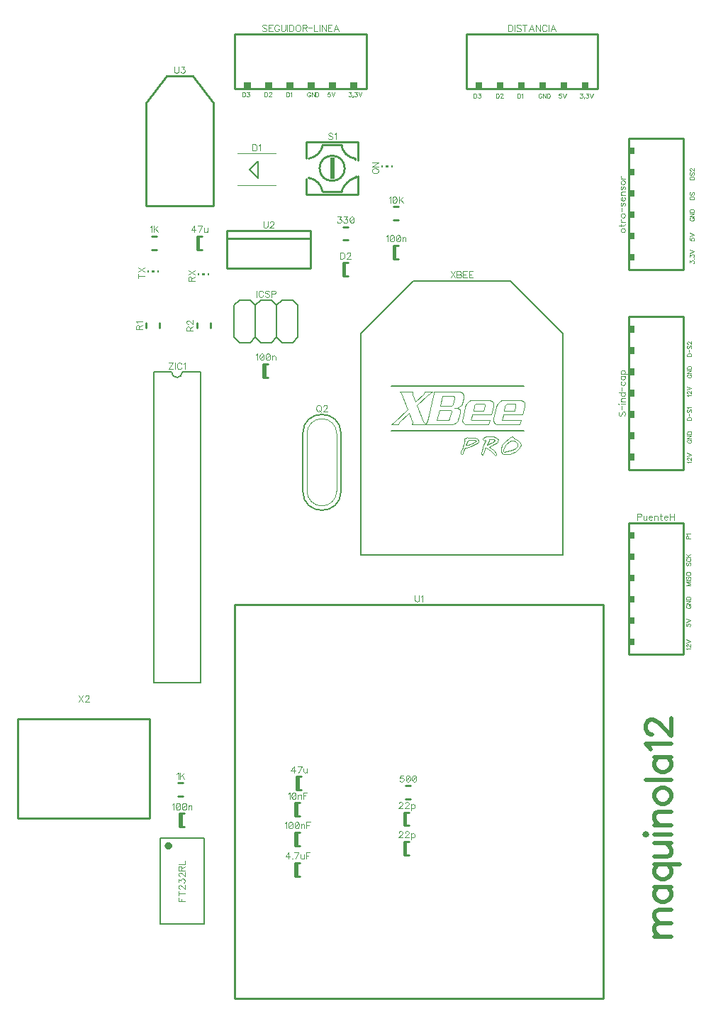
<source format=gbr>
G04 DipTrace 4.0.0.3*
G04 TopSilk.gbr*
%MOIN*%
G04 #@! TF.FileFunction,Legend,Top*
G04 #@! TF.Part,Single*
%ADD10C,0.009843*%
%ADD19C,0.004*%
%ADD20C,0.008*%
%ADD26C,0.006*%
%ADD30C,0.002*%
%ADD38C,0.01*%
%ADD92C,0.004632*%
%ADD93C,0.003088*%
%ADD94C,0.018527*%
%FSLAX26Y26*%
G04*
G70*
G90*
G75*
G01*
G04 TopSilk*
%LPD*%
X1667648Y4169126D2*
D10*
X1691207D1*
X1667648Y4232055D2*
X1691207D1*
X1912597Y4081627D2*
Y4144556D1*
X1905148Y4081627D2*
Y4144556D1*
Y4081627D2*
X1928707D1*
X1905148Y4144556D2*
X1928707D1*
X906348Y1412877D2*
Y1475806D1*
X898899Y1412877D2*
Y1475806D1*
Y1412877D2*
X922458D1*
X898899Y1475806D2*
X922458D1*
X1300097Y3525377D2*
Y3588306D1*
X1292648Y3525377D2*
Y3588306D1*
Y3525377D2*
X1316207D1*
X1292648Y3588306D2*
X1316207D1*
X1450097Y1325377D2*
Y1388306D1*
X1442648Y1325377D2*
Y1388306D1*
Y1325377D2*
X1466207D1*
X1442648Y1388306D2*
X1466207D1*
X1450097Y1181627D2*
Y1244556D1*
X1442648Y1181627D2*
Y1244556D1*
Y1181627D2*
X1466207D1*
X1442648Y1244556D2*
X1466207D1*
X1962597Y1419126D2*
Y1482055D1*
X1955148Y1419126D2*
Y1482055D1*
Y1419126D2*
X1978707D1*
X1955148Y1482055D2*
X1978707D1*
X1450097Y1462877D2*
Y1525806D1*
X1442648Y1462877D2*
Y1525806D1*
Y1462877D2*
X1466207D1*
X1442648Y1525806D2*
X1466207D1*
X1962597Y1281627D2*
Y1344556D1*
X1955148Y1281627D2*
Y1344556D1*
Y1281627D2*
X1978707D1*
X1955148Y1344556D2*
X1978707D1*
X1171936Y4575591D2*
D19*
X1349915D1*
X1171936Y4425591D2*
X1349915D1*
X1268529Y4539966D2*
D20*
X1228238Y4500591D1*
X1268529Y4461215D1*
Y4539966D1*
X1667648Y4063308D2*
D10*
X1691207D1*
X1667648Y4000379D2*
X1691207D1*
X1675063D2*
Y4063308D1*
X1667614Y4000379D2*
Y4063308D1*
X2246505Y4880849D2*
X2864615D1*
Y5136764D1*
X2246505D1*
Y4880849D1*
G36*
X2289896Y4909356D2*
Y4877845D1*
X2321235D1*
Y4909356D1*
X2289896D1*
G37*
G36*
X2389783D2*
Y4877845D1*
X2421307D1*
Y4909356D1*
X2389783D1*
G37*
G36*
X2489856D2*
Y4877845D1*
X2521318D1*
Y4909356D1*
X2489856D1*
G37*
G36*
X2589866D2*
Y4877845D1*
X2621388D1*
Y4909356D1*
X2589866D1*
G37*
G36*
X2689814D2*
Y4877845D1*
X2721276D1*
Y4909356D1*
X2689814D1*
G37*
G36*
X2789824D2*
Y4877845D1*
X2821348D1*
Y4909356D1*
X2789824D1*
G37*
X808429Y1360039D2*
D20*
Y958465D1*
X1013125D1*
Y1360039D1*
X808429D1*
G36*
X846793Y1342009D2*
X849066Y1341860D1*
X851299Y1341416D1*
X853455Y1340684D1*
X855498Y1339677D1*
X857391Y1338412D1*
X859103Y1336910D1*
X860605Y1335198D1*
X861870Y1333305D1*
X862877Y1331262D1*
X863609Y1329106D1*
X864053Y1326873D1*
X864202Y1324600D1*
X864053Y1322328D1*
X863609Y1320095D1*
X862877Y1317938D1*
X861870Y1315896D1*
X860605Y1314003D1*
X859103Y1312291D1*
X857391Y1310789D1*
X855498Y1309524D1*
X853455Y1308517D1*
X851299Y1307785D1*
X849066Y1307341D1*
X846793Y1307192D1*
X846783D1*
X844511Y1307341D1*
X842277Y1307785D1*
X840121Y1308517D1*
X838078Y1309524D1*
X836185Y1310789D1*
X834473Y1312291D1*
X832971Y1314003D1*
X831706Y1315896D1*
X830699Y1317938D1*
X829967Y1320095D1*
X829523Y1322328D1*
X829374Y1324600D1*
X829523Y1326873D1*
X829967Y1329106D1*
X830699Y1331262D1*
X831706Y1333305D1*
X832971Y1335198D1*
X834473Y1336910D1*
X836185Y1338412D1*
X838078Y1339677D1*
X840121Y1340684D1*
X842277Y1341416D1*
X844511Y1341860D1*
X846783Y1342009D1*
X846793D1*
G37*
X1155562Y3713091D2*
D26*
X1180551Y3688091D1*
X1230562D2*
X1255551Y3713091D1*
X1280572Y3688091D1*
X1330551D2*
X1355572Y3713091D1*
X1155562D2*
Y3863091D1*
X1180551Y3888091D1*
X1230562D1*
X1255551Y3863091D1*
X1280572Y3888091D1*
X1330551D1*
X1355572Y3863091D1*
X1255551D2*
Y3713091D1*
X1355572Y3863091D2*
Y3713091D1*
X1280572Y3688091D2*
X1330551D1*
X1180551D2*
X1230562D1*
X1355572Y3713091D2*
X1380562Y3688091D1*
X1430572D2*
X1455562Y3713091D1*
X1355572Y3863091D2*
X1380562Y3888091D1*
X1430572D1*
X1455562Y3863091D1*
Y3713091D1*
X1380562Y3688091D2*
X1430572D1*
G36*
X1847736Y4521063D2*
Y4509253D1*
X1853642D1*
Y4521063D1*
X1847736D1*
G37*
G36*
X1894980D2*
Y4509253D1*
X1900886D1*
Y4521063D1*
X1894980D1*
G37*
G36*
X1868406D2*
Y4509253D1*
X1880217D1*
Y4521063D1*
X1868406D1*
G37*
X3010820Y4647147D2*
D10*
Y4029037D1*
X3266735D1*
Y4647147D1*
X3010820D1*
G36*
X3039327Y4603756D2*
X3007816D1*
Y4572417D1*
X3039327D1*
Y4603756D1*
G37*
G36*
Y4503869D2*
X3007816D1*
Y4472345D1*
X3039327D1*
Y4503869D1*
G37*
G36*
Y4403797D2*
X3007816D1*
Y4372335D1*
X3039327D1*
Y4403797D1*
G37*
G36*
Y4303786D2*
X3007816D1*
Y4272264D1*
X3039327D1*
Y4303786D1*
G37*
G36*
Y4203839D2*
X3007816D1*
Y4172377D1*
X3039327D1*
Y4203839D1*
G37*
G36*
Y4103828D2*
X3007816D1*
Y4072304D1*
X3039327D1*
Y4103828D1*
G37*
X1456348Y1587877D2*
D10*
Y1650806D1*
X1448899Y1587877D2*
Y1650806D1*
Y1587877D2*
X1472458D1*
X1448899Y1650806D2*
X1472458D1*
X987597Y4125377D2*
Y4188306D1*
X980148Y4125377D2*
Y4188306D1*
Y4125377D2*
X1003707D1*
X980148Y4188306D2*
X1003707D1*
X3010819Y2840896D2*
Y2222786D1*
X3266734D1*
Y2840896D1*
X3010819D1*
G36*
X3039325Y2797505D2*
X3007815D1*
Y2766167D1*
X3039325D1*
Y2797505D1*
G37*
G36*
Y2697618D2*
X3007815D1*
Y2666094D1*
X3039325D1*
Y2697618D1*
G37*
G36*
Y2597546D2*
X3007815D1*
Y2566084D1*
X3039325D1*
Y2597546D1*
G37*
G36*
Y2497535D2*
X3007815D1*
Y2466013D1*
X3039325D1*
Y2497535D1*
G37*
G36*
Y2397588D2*
X3007815D1*
Y2366126D1*
X3039325D1*
Y2397588D1*
G37*
G36*
Y2297577D2*
X3007815D1*
Y2266054D1*
X3039325D1*
Y2297577D1*
G37*
X1658062Y2990591D2*
D26*
Y3260591D1*
X1478062D2*
Y2990591D1*
X1638064D2*
D30*
Y3260591D1*
X1498059D2*
Y2990591D1*
Y3260591D2*
G02X1638064Y3260591I70003J17D01*
G01*
X1478062D2*
D26*
G02X1658062Y3260591I90000J0D01*
G01*
X1478062Y2990591D2*
G03X1658062Y2990591I90000J0D01*
G01*
X1498059D2*
D30*
G03X1638064Y2990591I70003J-17D01*
G01*
X805776Y3756429D2*
D10*
Y3779988D1*
X742846Y3756429D2*
Y3779988D1*
X1043276Y3756429D2*
Y3779988D1*
X980346Y3756429D2*
Y3779988D1*
X767648Y4125377D2*
X791207D1*
X767648Y4188306D2*
X791207D1*
X892648Y1556627D2*
X916207D1*
X892648Y1619556D2*
X916207D1*
X1961399Y1544126D2*
X1984958D1*
X1961399Y1607055D2*
X1984958D1*
X1905148Y4262877D2*
X1928707D1*
X1905148Y4325806D2*
X1928707D1*
G36*
X985236Y4014812D2*
Y4003003D1*
X991142D1*
Y4014812D1*
X985236D1*
G37*
G36*
X1032480D2*
Y4003003D1*
X1038386D1*
Y4014812D1*
X1032480D1*
G37*
G36*
X1005906D2*
Y4003003D1*
X1017717D1*
Y4014812D1*
X1005906D1*
G37*
X1557424Y4506841D2*
D10*
G02X1557424Y4506841I59062J0D01*
G01*
X1494437Y4554073D2*
Y4628888D1*
X1738534D1*
Y4542283D1*
Y4471399D2*
Y4384794D1*
X1494437D1*
Y4455655D1*
G36*
X1606638Y4556051D2*
Y4457631D1*
X1626333D1*
Y4556051D1*
X1606638D1*
G37*
X1573169Y4617075D2*
D10*
X1659802D1*
X1724762Y4552121D2*
Y4546214D1*
X1726711Y4471399D2*
Y4463539D1*
X1659802Y4396608D2*
X1571220D1*
X1506260Y4552121D2*
G03X1573169Y4617075I-13241J80579D01*
G01*
X1659802D2*
G03X1724762Y4552121I74993J10040D01*
G01*
X1726711Y4463539D2*
G03X1659802Y4396608I33469J-100367D01*
G01*
X1571220D2*
G03X1506260Y4461562I-75639J-10686D01*
G01*
X3010819Y3809646D2*
Y3091535D1*
X3266734D1*
Y3809646D1*
X3010819D1*
G36*
X3039325Y3766272D2*
X3007815D1*
Y3734890D1*
X3039325D1*
Y3766272D1*
G37*
G36*
Y3666383D2*
X3007815D1*
Y3634858D1*
X3039325D1*
Y3666383D1*
G37*
G36*
Y3566350D2*
X3007815D1*
Y3534825D1*
X3039325D1*
Y3566350D1*
G37*
G36*
Y3466245D2*
X3007815D1*
Y3434793D1*
X3039325D1*
Y3466245D1*
G37*
G36*
Y3366356D2*
X3007815D1*
Y3334831D1*
X3039325D1*
Y3366356D1*
G37*
G36*
Y3266323D2*
X3007815D1*
Y3234798D1*
X3039325D1*
Y3266323D1*
G37*
G36*
Y3166291D2*
X3007815D1*
Y3134909D1*
X3039325D1*
Y3166291D1*
G37*
X1159005Y4880849D2*
D10*
X1777115D1*
Y5136764D1*
X1159005D1*
Y4880849D1*
G36*
X1202396Y4909356D2*
Y4877845D1*
X1233735D1*
Y4909356D1*
X1202396D1*
G37*
G36*
X1302283D2*
Y4877845D1*
X1333807D1*
Y4909356D1*
X1302283D1*
G37*
G36*
X1402356D2*
Y4877845D1*
X1433818D1*
Y4909356D1*
X1402356D1*
G37*
G36*
X1502366D2*
Y4877845D1*
X1533888D1*
Y4909356D1*
X1502366D1*
G37*
G36*
X1602314D2*
Y4877845D1*
X1633776D1*
Y4909356D1*
X1602314D1*
G37*
G36*
X1702324D2*
Y4877845D1*
X1733848D1*
Y4909356D1*
X1702324D1*
G37*
G36*
X747736Y4027312D2*
Y4015503D1*
X753642D1*
Y4027312D1*
X747736D1*
G37*
G36*
X794980D2*
Y4015503D1*
X800886D1*
Y4027312D1*
X794980D1*
G37*
G36*
X768406D2*
Y4015503D1*
X780217D1*
Y4027312D1*
X768406D1*
G37*
X1158168Y2457038D2*
D10*
Y606644D1*
X2890451D1*
Y2457038D1*
X1158168D1*
X1121211Y4213140D2*
Y4035975D1*
X1514912D1*
Y4213140D1*
X1121211D1*
Y4177707D2*
X1514912D1*
X739861Y4330266D2*
Y4814488D1*
Y4330266D2*
X1058759D1*
Y4814488D1*
X838273Y4940503D2*
X960346D1*
X739861Y4814488D2*
X838273Y4940503D1*
X1058759Y4814488D2*
X960346Y4940503D1*
X759349Y1919558D2*
D38*
X139270D1*
Y1455051D1*
X759349D1*
Y1919558D1*
X1749753Y2689961D2*
D20*
Y3729589D1*
X1998803Y3978543D1*
X2453459D1*
X2702509Y3729589D1*
Y2689961D1*
X1749753D1*
X1896097Y3484243D2*
D26*
X2518913D1*
X1896097Y3275364D2*
X2518913D1*
X1934492Y3456797D2*
D19*
X1994802D1*
Y3453446D1*
X1993087Y3450224D1*
X1994802Y3447518D1*
Y3444684D1*
X2008522Y3410150D1*
X2047394Y3448550D1*
X2049585Y3451256D1*
X2051205Y3454605D1*
X2051777Y3456797D1*
X2086362D1*
X2079217Y3451899D1*
X2073690Y3448034D1*
X2066068Y3441462D1*
X2014524Y3393140D1*
X2045203Y3317500D1*
X2053969Y3305517D1*
X2055588D1*
X2058923Y3308738D1*
X2063306Y3321882D1*
X2069879Y3346622D1*
X2077597Y3377806D1*
X2091793Y3435921D1*
X2093984Y3445844D1*
Y3456797D1*
X2218413D1*
X2224988Y3455121D1*
X2229466Y3452415D1*
X2232705Y3446358D1*
X2234896Y3440818D1*
Y3431539D1*
X2233277Y3427159D1*
X2226703Y3399713D1*
X2224512Y3394301D1*
X2216223Y3386052D1*
X2209648Y3383346D1*
X2200883Y3381156D1*
X2189927D1*
X2205837Y3378966D1*
X2217366Y3373425D1*
X2217937Y3372394D1*
Y3357575D1*
X2211840Y3333479D1*
X2208029Y3327423D1*
X2206980Y3320850D1*
X2198692Y3311444D1*
X2192118Y3308223D1*
X2181732Y3304873D1*
X1991467D1*
X1994802Y3310929D1*
Y3314794D1*
X1977272Y3358091D1*
X1931730Y3313635D1*
X1926776Y3304873D1*
X1894476D1*
X1908197Y3314794D1*
X1971745Y3374584D1*
X1940495Y3450740D1*
X1934492Y3456797D1*
X2135715Y3438112D2*
X2186115D1*
X2191070Y3435406D1*
X2191546Y3426643D1*
X2183924Y3397521D1*
X2182304Y3393785D1*
X2178970Y3391594D1*
X2124186D1*
X2135715Y3438112D1*
X2120280Y3371749D2*
X2170205D1*
X2174587Y3370203D1*
X2177350Y3366337D1*
Y3364663D1*
X2169156Y3332319D1*
X2166965Y3329097D1*
X2163059Y3324717D1*
X2160867Y3323556D1*
X2107703D1*
X2120280Y3371749D1*
X2279866Y3367369D2*
X2283677Y3389919D1*
X2285298Y3394301D1*
X2287488Y3398165D1*
X2290823Y3399713D1*
X2329696D1*
X2331887Y3399197D1*
X2333602Y3397521D1*
Y3390434D1*
X2327504Y3366853D1*
X2280438D1*
X2279866Y3367369D1*
X2350562Y3304873D2*
X2242042D1*
X2237660Y3306031D1*
X2233277Y3309253D1*
X2230514Y3313119D1*
X2228894Y3319176D1*
Y3324717D1*
X2229942Y3333479D1*
X2240899Y3382188D1*
X2242614Y3388244D1*
X2249188Y3401387D1*
X2254047Y3408604D1*
X2262812Y3414016D1*
X2269482Y3416206D1*
X2272720Y3416722D1*
X2358755D1*
X2364853Y3414530D1*
X2371999Y3409118D1*
X2374189Y3406928D1*
Y3387728D1*
X2364853Y3349844D1*
X2274912D1*
X2270530Y3331289D1*
X2269482Y3327938D1*
X2269958Y3324072D1*
X2272150Y3322526D1*
X2351133D1*
X2358278Y3323556D1*
X2350562Y3304873D1*
X2425638Y3367369D2*
X2429545Y3389919D1*
X2431164Y3394301D1*
X2433356Y3398165D1*
X2436690Y3399713D1*
X2475563D1*
X2477755Y3399197D1*
X2479374Y3397521D1*
Y3390434D1*
X2473371Y3366853D1*
X2426210D1*
X2425638Y3367369D1*
X2496428Y3304873D2*
X2387814D1*
X2383432Y3306031D1*
X2379049Y3309253D1*
X2376381Y3313119D1*
X2374665Y3319176D1*
Y3324717D1*
X2375810Y3333479D1*
X2386766Y3382188D1*
X2388386Y3388244D1*
X2394959Y3401387D1*
X2399913Y3408604D1*
X2408680Y3414016D1*
X2415253Y3416206D1*
X2418588Y3416722D1*
X2504622D1*
X2510625Y3414530D1*
X2517770Y3409118D1*
X2519961Y3406928D1*
Y3387728D1*
X2510625Y3349844D1*
X2420780D1*
X2416396Y3331289D1*
X2415253Y3327938D1*
X2415825Y3324072D1*
X2418016Y3322526D1*
X2496904D1*
X2504050Y3323556D1*
X2496428Y3304873D1*
X2237660Y3236965D2*
X2242614D1*
X2246996Y3240185D1*
X2251379Y3244567D1*
X2256239Y3241861D1*
X2276055D1*
X2291871Y3240185D1*
X2302924Y3233614D1*
X2305591Y3228717D1*
Y3226526D1*
X2303400Y3221630D1*
X2300160Y3217764D1*
X2293587Y3213383D1*
X2269482Y3201270D1*
X2256810Y3196374D1*
X2246996Y3194182D1*
X2243661Y3193668D1*
X2239850D1*
X2238231Y3188642D1*
X2234896Y3178849D1*
X2232134Y3170087D1*
X2229942Y3166220D1*
X2228894Y3164030D1*
X2226703Y3162870D1*
X2223940Y3164546D1*
X2221748Y3167896D1*
Y3171761D1*
X2222797Y3176143D1*
X2227751Y3186451D1*
X2231085Y3194182D1*
X2232134Y3201270D1*
X2233849Y3207843D1*
X2236516Y3216605D1*
X2239280Y3223176D1*
X2242042Y3227686D1*
X2237660D1*
Y3236965D1*
X2256810Y3230908D2*
X2284822D1*
X2291395Y3228202D1*
X2293014Y3227042D1*
X2292444Y3225366D1*
X2289680Y3223176D1*
X2280915Y3218795D1*
X2273865Y3213899D1*
X2263955Y3211193D1*
X2256810Y3208487D1*
X2252428Y3207843D1*
X2245853D1*
X2255762Y3228202D1*
X2256810Y3230908D1*
X2330839Y3228202D2*
X2329219Y3230392D1*
X2326457Y3232067D1*
X2325314Y3234259D1*
X2325885Y3237479D1*
X2329219Y3240829D1*
X2335222Y3243020D1*
X2342367Y3245726D1*
X2374189D1*
X2380764Y3244051D1*
X2388386Y3241345D1*
X2392768Y3238639D1*
X2396675Y3234259D1*
X2397723Y3231423D1*
X2394959Y3226526D1*
Y3222146D1*
X2390577Y3217764D1*
X2384575Y3213899D1*
X2372475Y3208487D1*
X2360946Y3201270D1*
X2355516Y3198049D1*
X2363709Y3189802D1*
X2374189Y3182715D1*
X2381811Y3176659D1*
X2386194Y3171117D1*
X2388386Y3165705D1*
X2388957Y3162356D1*
X2387337Y3159134D1*
X2385622Y3158490D1*
X2381240Y3161840D1*
X2359898Y3178849D1*
X2339605Y3192508D1*
X2335794D1*
X2334650Y3188642D1*
X2330839Y3177689D1*
X2327504Y3167896D1*
X2325314Y3162356D1*
Y3159134D1*
X2319311Y3164546D1*
X2318739Y3172793D1*
X2319882Y3178333D1*
X2324837Y3195858D1*
X2327504Y3205651D1*
X2333602Y3219440D1*
X2337413Y3226526D1*
X2339033Y3230392D1*
X2335222Y3230908D1*
X2330839Y3227686D1*
Y3228202D1*
X2354373Y3232583D2*
X2374189D1*
X2380764Y3231423D1*
X2382383Y3228202D1*
X2378572Y3227042D1*
X2373046Y3221630D1*
X2365424Y3217248D1*
X2358278Y3213383D1*
X2349990Y3211707D1*
X2343416Y3208487D1*
X2353896Y3227042D1*
X2354373Y3232583D1*
X2456412Y3227042D2*
X2470133D1*
X2476706Y3224852D1*
X2488711Y3212223D1*
Y3199080D1*
X2477755Y3191476D1*
X2466226Y3184906D1*
X2452507Y3180524D1*
X2439358Y3175499D1*
X2426210Y3174983D1*
X2421256Y3177689D1*
X2421827Y3183230D1*
X2426782Y3199080D1*
X2436118Y3211707D1*
X2450315Y3222660D1*
X2456412Y3227042D1*
X2462415Y3245726D2*
X2467941Y3243535D1*
X2471752Y3239155D1*
X2472323Y3236449D1*
X2479945Y3234259D1*
X2490902Y3226526D1*
X2500239Y3218795D1*
X2503003Y3208487D1*
X2501858Y3201270D1*
X2495857Y3190318D1*
X2485471Y3182071D1*
X2477755Y3174467D1*
X2463463Y3171117D1*
X2453077Y3164546D1*
X2437167Y3162356D1*
X2424591D1*
X2415253Y3168411D1*
X2409823Y3178849D1*
X2410299Y3189802D1*
X2413062Y3202945D1*
X2414681Y3207327D1*
X2429545Y3222146D1*
X2450315Y3239671D1*
X2461843Y3245726D1*
X861803Y3549341D2*
D26*
X776802D1*
X911819D2*
G02X861803Y3549341I-25008J42D01*
G01*
X776802D2*
Y2089341D1*
X996820Y3549341D2*
X911819D1*
X996820D2*
Y2089341D1*
X776802D1*
X3280215Y2366650D2*
D93*
Y2357100D1*
X3288815Y2356149D1*
X3287864Y2357100D1*
X3286892Y2359974D1*
Y2362826D1*
X3287864Y2365700D1*
X3289766Y2367623D1*
X3292640Y2368574D1*
X3294541D1*
X3297415Y2367623D1*
X3299338Y2365700D1*
X3300289Y2362826D1*
Y2359974D1*
X3299338Y2357100D1*
X3298366Y2356149D1*
X3296464Y2355176D1*
X3280193Y2374750D2*
X3300289Y2382399D1*
X3280193Y2390048D1*
X3286020Y2246947D2*
X3285047Y2248870D1*
X3282195Y2251744D1*
X3302269D1*
X3286971Y2258893D2*
X3286020D1*
X3284097Y2259843D1*
X3283146Y2260794D1*
X3282195Y2262717D1*
Y2266542D1*
X3283146Y2268443D1*
X3284097Y2269394D1*
X3286020Y2270367D1*
X3287921D1*
X3289845Y2269394D1*
X3292697Y2267493D1*
X3302269Y2257920D1*
Y2271317D1*
X3282173Y2277493D2*
X3302269Y2285142D1*
X3282173Y2292792D1*
X3286435Y2455559D2*
X3284534Y2454608D1*
X3282611Y2452685D1*
X3281660Y2450783D1*
Y2446959D1*
X3282611Y2445035D1*
X3284534Y2443134D1*
X3286435Y2442161D1*
X3289309Y2441211D1*
X3294107D1*
X3296959Y2442161D1*
X3298882Y2443134D1*
X3300783Y2445035D1*
X3301756Y2446959D1*
Y2450783D1*
X3300783Y2452685D1*
X3298882Y2454608D1*
X3296959Y2455559D1*
X3294107D1*
Y2450783D1*
X3281660Y2475132D2*
X3301756D1*
X3281660Y2461734D1*
X3301756D1*
X3281660Y2481307D2*
X3301756D1*
Y2488006D1*
X3300783Y2490880D1*
X3298882Y2492803D1*
X3296959Y2493754D1*
X3294107Y2494705D1*
X3289309D1*
X3286435Y2493754D1*
X3284534Y2492803D1*
X3282611Y2490880D1*
X3281660Y2488006D1*
Y2481307D1*
X3284534Y2654608D2*
X3282611Y2652707D1*
X3281660Y2649833D1*
Y2646008D1*
X3282611Y2643134D1*
X3284534Y2641211D1*
X3286435D1*
X3288359Y2642183D1*
X3289309Y2643134D1*
X3290260Y2645035D1*
X3292183Y2650783D1*
X3293134Y2652707D1*
X3294107Y2653657D1*
X3296008Y2654608D1*
X3298882D1*
X3300783Y2652707D1*
X3301756Y2649833D1*
Y2646008D1*
X3300783Y2643134D1*
X3298882Y2641211D1*
X3286435Y2675132D2*
X3284534Y2674181D1*
X3282611Y2672258D1*
X3281660Y2670356D1*
Y2666532D1*
X3282611Y2664608D1*
X3284534Y2662707D1*
X3286435Y2661734D1*
X3289309Y2660784D1*
X3294107D1*
X3296959Y2661734D1*
X3298882Y2662707D1*
X3300783Y2664608D1*
X3301756Y2666532D1*
Y2670356D1*
X3300783Y2672258D1*
X3298882Y2674181D1*
X3296959Y2675132D1*
X3281660Y2681307D2*
X3301756D1*
X3281660Y2694705D2*
X3295057Y2681307D1*
X3290260Y2686083D2*
X3301756Y2694705D1*
X3301142Y2562659D2*
X3281046D1*
X3301142Y2555010D1*
X3281046Y2547360D1*
X3301142D1*
X3281046Y2568835D2*
X3301142D1*
X3283920Y2588408D2*
X3281997Y2586506D1*
X3281046Y2583632D1*
Y2579808D1*
X3281997Y2576934D1*
X3283920Y2575010D1*
X3285821D1*
X3287745Y2575983D1*
X3288695Y2576934D1*
X3289646Y2578835D1*
X3291569Y2584583D1*
X3292520Y2586506D1*
X3293493Y2587457D1*
X3295394Y2588408D1*
X3298268D1*
X3300169Y2586506D1*
X3301142Y2583632D1*
Y2579808D1*
X3300169Y2576934D1*
X3298268Y2575010D1*
X3281046Y2600331D2*
X3281997Y2598408D1*
X3283920Y2596507D1*
X3285821Y2595534D1*
X3288695Y2594583D1*
X3293493D1*
X3296345Y2595534D1*
X3298268Y2596507D1*
X3300169Y2598408D1*
X3301142Y2600331D1*
Y2604156D1*
X3300169Y2606057D1*
X3298268Y2607981D1*
X3296345Y2608931D1*
X3293493Y2609882D1*
X3288695D1*
X3285821Y2608931D1*
X3283920Y2607981D1*
X3281997Y2606057D1*
X3281046Y2604156D1*
Y2600331D1*
X3292015Y2765663D2*
Y2774285D1*
X3291065Y2777137D1*
X3290092Y2778110D1*
X3288191Y2779061D1*
X3285317D1*
X3283416Y2778110D1*
X3282443Y2777137D1*
X3281492Y2774285D1*
Y2765663D1*
X3301588D1*
X3285339Y2785236D2*
X3284366Y2787160D1*
X3281514Y2790034D1*
X3301588D1*
X3289827Y3123676D2*
X3288854Y3125600D1*
X3286002Y3128474D1*
X3306076D1*
X3290778Y3135622D2*
X3289827D1*
X3287904Y3136573D1*
X3286953Y3137524D1*
X3286002Y3139447D1*
Y3143272D1*
X3286953Y3145173D1*
X3287904Y3146124D1*
X3289827Y3147096D1*
X3291728D1*
X3293652Y3146124D1*
X3296504Y3144222D1*
X3306076Y3134650D1*
Y3148047D1*
X3285980Y3154223D2*
X3306076Y3161872D1*
X3285980Y3169521D1*
X3289827Y3436176D2*
X3288854Y3438100D1*
X3286002Y3440974D1*
X3306076D1*
X3290778Y3448122D2*
X3289827D1*
X3287904Y3449073D1*
X3286953Y3450024D1*
X3286002Y3451947D1*
Y3455772D1*
X3286953Y3457673D1*
X3287904Y3458624D1*
X3289827Y3459596D1*
X3291728D1*
X3293652Y3458624D1*
X3296504Y3456722D1*
X3306076Y3447150D1*
Y3460547D1*
X3285980Y3466723D2*
X3306076Y3474372D1*
X3285980Y3482021D1*
Y3323676D2*
X3306076D1*
Y3330375D1*
X3305104Y3333249D1*
X3303202Y3335173D1*
X3301279Y3336123D1*
X3298427Y3337074D1*
X3293630D1*
X3290756Y3336123D1*
X3288854Y3335173D1*
X3286931Y3333249D1*
X3285980Y3330375D1*
Y3323676D1*
X3296039Y3343250D2*
Y3354303D1*
X3288854Y3373876D2*
X3286931Y3371975D1*
X3285980Y3369101D1*
Y3365277D1*
X3286931Y3362402D1*
X3288854Y3360479D1*
X3290756D1*
X3292679Y3361452D1*
X3293630Y3362402D1*
X3294580Y3364304D1*
X3296504Y3370052D1*
X3297454Y3371975D1*
X3298427Y3372926D1*
X3300328Y3373876D1*
X3303202D1*
X3305104Y3371975D1*
X3306076Y3369101D1*
Y3365277D1*
X3305104Y3362402D1*
X3303202Y3360479D1*
X3289827Y3380052D2*
X3288854Y3381976D1*
X3286002Y3384850D1*
X3306076D1*
X3290756Y3231774D2*
X3288854Y3230823D1*
X3286931Y3228900D1*
X3285980Y3226998D1*
Y3223174D1*
X3286931Y3221250D1*
X3288854Y3219349D1*
X3290756Y3218376D1*
X3293630Y3217426D1*
X3298427D1*
X3301279Y3218376D1*
X3303202Y3219349D1*
X3305104Y3221250D1*
X3306076Y3223174D1*
Y3226998D1*
X3305104Y3228900D1*
X3303202Y3230823D1*
X3301279Y3231774D1*
X3298427D1*
Y3226998D1*
X3285980Y3251347D2*
X3306076D1*
X3285980Y3237949D1*
X3306076D1*
X3285980Y3257523D2*
X3306076D1*
Y3264221D1*
X3305104Y3267095D1*
X3303202Y3269019D1*
X3301279Y3269969D1*
X3298427Y3270920D1*
X3293630D1*
X3290756Y3269969D1*
X3288854Y3269019D1*
X3286931Y3267095D1*
X3285980Y3264221D1*
Y3257523D1*
Y3623676D2*
X3306076D1*
Y3630375D1*
X3305104Y3633249D1*
X3303202Y3635173D1*
X3301279Y3636123D1*
X3298427Y3637074D1*
X3293630D1*
X3290756Y3636123D1*
X3288854Y3635173D1*
X3286931Y3633249D1*
X3285980Y3630375D1*
Y3623676D1*
X3296039Y3643250D2*
Y3654303D1*
X3288854Y3673876D2*
X3286931Y3671975D1*
X3285980Y3669101D1*
Y3665277D1*
X3286931Y3662402D1*
X3288854Y3660479D1*
X3290756D1*
X3292679Y3661452D1*
X3293630Y3662402D1*
X3294580Y3664304D1*
X3296504Y3670052D1*
X3297454Y3671975D1*
X3298427Y3672926D1*
X3300328Y3673876D1*
X3303202D1*
X3305104Y3671975D1*
X3306076Y3669101D1*
Y3665277D1*
X3305104Y3662402D1*
X3303202Y3660479D1*
X3290778Y3681025D2*
X3289827D1*
X3287904Y3681976D1*
X3286953Y3682926D1*
X3286002Y3684850D1*
Y3688674D1*
X3286953Y3690575D1*
X3287904Y3691526D1*
X3289827Y3692499D1*
X3291728D1*
X3293652Y3691526D1*
X3296504Y3689625D1*
X3306076Y3680052D1*
Y3693449D1*
X3290756Y3538024D2*
X3288854Y3537074D1*
X3286931Y3535150D1*
X3285980Y3533249D1*
Y3529425D1*
X3286931Y3527501D1*
X3288854Y3525600D1*
X3290756Y3524627D1*
X3293630Y3523676D1*
X3298427D1*
X3301279Y3524627D1*
X3303202Y3525600D1*
X3305104Y3527501D1*
X3306076Y3529425D1*
Y3533249D1*
X3305104Y3535150D1*
X3303202Y3537074D1*
X3301279Y3538024D1*
X3298427D1*
Y3533249D1*
X3285980Y3557597D2*
X3306076D1*
X3285980Y3544200D1*
X3306076D1*
X3285980Y3563773D2*
X3306076D1*
Y3570472D1*
X3305104Y3573346D1*
X3303202Y3575269D1*
X3301279Y3576220D1*
X3298427Y3577171D1*
X3293630D1*
X3290756Y3576220D1*
X3288854Y3575269D1*
X3286931Y3573346D1*
X3285980Y3570472D1*
Y3563773D1*
X3298480Y4361176D2*
X3318576D1*
Y4367875D1*
X3317604Y4370749D1*
X3315702Y4372673D1*
X3313779Y4373623D1*
X3310927Y4374574D1*
X3306130D1*
X3303256Y4373623D1*
X3301354Y4372673D1*
X3299431Y4370749D1*
X3298480Y4367875D1*
Y4361176D1*
X3301354Y4394147D2*
X3299431Y4392246D1*
X3298480Y4389372D1*
Y4385547D1*
X3299431Y4382673D1*
X3301354Y4380750D1*
X3303256D1*
X3305179Y4381722D1*
X3306130Y4382673D1*
X3307080Y4384574D1*
X3309004Y4390322D1*
X3309954Y4392246D1*
X3310927Y4393196D1*
X3312828Y4394147D1*
X3315702D1*
X3317604Y4392246D1*
X3318576Y4389372D1*
Y4385547D1*
X3317604Y4382673D1*
X3315702Y4380750D1*
X3303256Y4275524D2*
X3301354Y4274574D1*
X3299431Y4272650D1*
X3298480Y4270749D1*
Y4266925D1*
X3299431Y4265001D1*
X3301354Y4263100D1*
X3303256Y4262127D1*
X3306130Y4261176D1*
X3310927D1*
X3313779Y4262127D1*
X3315702Y4263100D1*
X3317604Y4265001D1*
X3318576Y4266925D1*
Y4270749D1*
X3317604Y4272650D1*
X3315702Y4274574D1*
X3313779Y4275524D1*
X3310927D1*
Y4270749D1*
X3298480Y4295097D2*
X3318576D1*
X3298480Y4281700D1*
X3318576D1*
X3298480Y4301273D2*
X3318576D1*
Y4307972D1*
X3317604Y4310846D1*
X3315702Y4312769D1*
X3313779Y4313720D1*
X3310927Y4314671D1*
X3306130D1*
X3303256Y4313720D1*
X3301354Y4312769D1*
X3299431Y4310846D1*
X3298480Y4307972D1*
Y4301273D1*
X3298502Y4178901D2*
Y4169351D1*
X3307102Y4168400D1*
X3306152Y4169351D1*
X3305179Y4172225D1*
Y4175076D1*
X3306152Y4177950D1*
X3308053Y4179874D1*
X3310927Y4180824D1*
X3312828D1*
X3315702Y4179874D1*
X3317626Y4177950D1*
X3318576Y4175076D1*
Y4172225D1*
X3317626Y4169351D1*
X3316653Y4168400D1*
X3314752Y4167427D1*
X3298480Y4187000D2*
X3318576Y4194649D1*
X3298480Y4202299D1*
X3298502Y4063100D2*
Y4073601D1*
X3306152Y4067875D1*
Y4070749D1*
X3307102Y4072650D1*
X3308053Y4073601D1*
X3310927Y4074574D1*
X3312828D1*
X3315702Y4073601D1*
X3317626Y4071700D1*
X3318576Y4068826D1*
Y4065952D1*
X3317626Y4063100D1*
X3316653Y4062149D1*
X3314752Y4061176D1*
X3316653Y4081700D2*
X3317626Y4080750D1*
X3318576Y4081700D1*
X3317626Y4082673D1*
X3316653Y4081700D1*
X3298502Y4090772D2*
Y4101273D1*
X3306152Y4095547D1*
Y4098421D1*
X3307102Y4100323D1*
X3308053Y4101273D1*
X3310927Y4102246D1*
X3312828D1*
X3315702Y4101273D1*
X3317626Y4099372D1*
X3318576Y4096498D1*
Y4093624D1*
X3317626Y4090772D1*
X3316653Y4089821D1*
X3314752Y4088849D1*
X3298480Y4108422D2*
X3318576Y4116071D1*
X3298480Y4123720D1*
X2693398Y4857830D2*
X2683848D1*
X2682897Y4849230D1*
X2683848Y4850180D1*
X2686722Y4851153D1*
X2689574D1*
X2692448Y4850180D1*
X2694371Y4848279D1*
X2695322Y4845405D1*
Y4843504D1*
X2694371Y4840630D1*
X2692448Y4838706D1*
X2689574Y4837756D1*
X2686722D1*
X2683848Y4838706D1*
X2682897Y4839679D1*
X2681925Y4841580D1*
X2701498Y4857852D2*
X2709147Y4837756D1*
X2716796Y4857852D1*
X2782483Y4857831D2*
X2792984D1*
X2787258Y4850182D1*
X2790132D1*
X2792034Y4849231D1*
X2792984Y4848280D1*
X2793957Y4845406D1*
Y4843505D1*
X2792984Y4840631D1*
X2791083Y4838708D1*
X2788209Y4837757D1*
X2785335D1*
X2782483Y4838708D1*
X2781532Y4839680D1*
X2780560Y4841582D1*
X2802056Y4838708D2*
X2801083Y4837757D1*
X2800133Y4838708D1*
X2801083Y4839680D1*
X2802056Y4838708D1*
Y4836806D1*
X2801083Y4834883D1*
X2800133Y4833932D1*
X2810155Y4857831D2*
X2820656D1*
X2814930Y4850182D1*
X2817804D1*
X2819706Y4849231D1*
X2820656Y4848280D1*
X2821629Y4845406D1*
Y4843505D1*
X2820656Y4840631D1*
X2818755Y4838708D1*
X2815881Y4837757D1*
X2813007D1*
X2810155Y4838708D1*
X2809205Y4839680D1*
X2808232Y4841582D1*
X2827805Y4857853D2*
X2835454Y4837757D1*
X2843103Y4857853D1*
X3298479Y4454926D2*
X3318575D1*
Y4461624D1*
X3317602Y4464498D1*
X3315701Y4466422D1*
X3313778Y4467373D1*
X3310926Y4468323D1*
X3306128D1*
X3303254Y4467373D1*
X3301353Y4466422D1*
X3299430Y4464498D1*
X3298479Y4461624D1*
Y4454926D1*
X3301353Y4487896D2*
X3299430Y4485995D1*
X3298479Y4483121D1*
Y4479296D1*
X3299430Y4476422D1*
X3301353Y4474499D1*
X3303254D1*
X3305178Y4475472D1*
X3306128Y4476422D1*
X3307079Y4478323D1*
X3309002Y4484072D1*
X3309953Y4485995D1*
X3310926Y4486946D1*
X3312827Y4487896D1*
X3315701D1*
X3317602Y4485995D1*
X3318575Y4483121D1*
Y4479296D1*
X3317602Y4476422D1*
X3315701Y4474499D1*
X3303276Y4495045D2*
X3302326D1*
X3300402Y4495995D1*
X3299452Y4496946D1*
X3298501Y4498869D1*
Y4502694D1*
X3299452Y4504595D1*
X3300402Y4505546D1*
X3302326Y4506519D1*
X3304227D1*
X3306150Y4505546D1*
X3309002Y4503645D1*
X3318575Y4494072D1*
Y4507469D1*
X2281925Y4857852D2*
Y4837756D1*
X2288623D1*
X2291497Y4838728D1*
X2293421Y4840630D1*
X2294371Y4842553D1*
X2295322Y4845405D1*
Y4850202D1*
X2294371Y4853076D1*
X2293421Y4854978D1*
X2291497Y4856901D1*
X2288623Y4857852D1*
X2281925D1*
X2303421Y4857830D2*
X2313922D1*
X2308196Y4850180D1*
X2311070D1*
X2312971Y4849230D1*
X2313922Y4848279D1*
X2314895Y4845405D1*
Y4843504D1*
X2313922Y4840630D1*
X2312021Y4838706D1*
X2309147Y4837756D1*
X2306273D1*
X2303421Y4838706D1*
X2302470Y4839679D1*
X2301498Y4841580D1*
X2386809Y4857853D2*
Y4837757D1*
X2393508D1*
X2396382Y4838730D1*
X2398305Y4840631D1*
X2399256Y4842554D1*
X2400206Y4845406D1*
Y4850204D1*
X2399256Y4853078D1*
X2398305Y4854979D1*
X2396382Y4856902D1*
X2393508Y4857853D1*
X2386809D1*
X2407355Y4853056D2*
Y4854006D1*
X2408305Y4855930D1*
X2409256Y4856880D1*
X2411179Y4857831D1*
X2415004D1*
X2416905Y4856880D1*
X2417856Y4855930D1*
X2418829Y4854006D1*
Y4852105D1*
X2417856Y4850182D1*
X2415955Y4847330D1*
X2406382Y4837757D1*
X2419779D1*
X2488174Y4857852D2*
Y4837756D1*
X2494873D1*
X2497747Y4838728D1*
X2499670Y4840630D1*
X2500621Y4842553D1*
X2501571Y4845405D1*
Y4850202D1*
X2500621Y4853076D1*
X2499670Y4854978D1*
X2497747Y4856901D1*
X2494873Y4857852D1*
X2488174D1*
X2507747Y4854005D2*
X2509670Y4854978D1*
X2512544Y4857830D1*
Y4837756D1*
X2601157Y4853078D2*
X2600206Y4854979D1*
X2598283Y4856902D1*
X2596382Y4857853D1*
X2592557D1*
X2590634Y4856902D1*
X2588732Y4854979D1*
X2587760Y4853078D1*
X2586809Y4850204D1*
Y4845406D1*
X2587760Y4842554D1*
X2588732Y4840631D1*
X2590634Y4838730D1*
X2592557Y4837757D1*
X2596382D1*
X2598283Y4838730D1*
X2600206Y4840631D1*
X2601157Y4842554D1*
Y4845406D1*
X2596382D1*
X2620730Y4857853D2*
Y4837757D1*
X2607333Y4857853D1*
Y4837757D1*
X2626906Y4857853D2*
Y4837757D1*
X2633604D1*
X2636478Y4838730D1*
X2638402Y4840631D1*
X2639352Y4842554D1*
X2640303Y4845406D1*
Y4850204D1*
X2639352Y4853078D1*
X2638402Y4854979D1*
X2636478Y4856902D1*
X2633604Y4857853D1*
X2626906D1*
X1605898Y4864080D2*
X1596348D1*
X1595397Y4855480D1*
X1596348Y4856431D1*
X1599222Y4857404D1*
X1602074D1*
X1604948Y4856431D1*
X1606871Y4854530D1*
X1607822Y4851656D1*
Y4849754D1*
X1606871Y4846880D1*
X1604948Y4844957D1*
X1602074Y4844006D1*
X1599222D1*
X1596348Y4844957D1*
X1595397Y4845930D1*
X1594425Y4847831D1*
X1613998Y4864102D2*
X1621647Y4844006D1*
X1629296Y4864102D1*
X1694983Y4864080D2*
X1705484D1*
X1699758Y4856431D1*
X1702632D1*
X1704534Y4855480D1*
X1705484Y4854530D1*
X1706457Y4851656D1*
Y4849754D1*
X1705484Y4846880D1*
X1703583Y4844957D1*
X1700709Y4844006D1*
X1697835D1*
X1694983Y4844957D1*
X1694032Y4845930D1*
X1693060Y4847831D1*
X1714556Y4844957D2*
X1713583Y4844006D1*
X1712633Y4844957D1*
X1713583Y4845930D1*
X1714556Y4844957D1*
Y4843056D1*
X1713583Y4841132D1*
X1712633Y4840182D1*
X1722655Y4864080D2*
X1733156D1*
X1727430Y4856431D1*
X1730304D1*
X1732206Y4855480D1*
X1733156Y4854530D1*
X1734129Y4851656D1*
Y4849754D1*
X1733156Y4846880D1*
X1731255Y4844957D1*
X1728381Y4844006D1*
X1725507D1*
X1722655Y4844957D1*
X1721705Y4845930D1*
X1720732Y4847831D1*
X1740305Y4864102D2*
X1747954Y4844006D1*
X1755603Y4864102D1*
X1194425D2*
Y4844006D1*
X1201123D1*
X1203997Y4844979D1*
X1205921Y4846880D1*
X1206871Y4848804D1*
X1207822Y4851656D1*
Y4856453D1*
X1206871Y4859327D1*
X1205921Y4861228D1*
X1203997Y4863152D1*
X1201123Y4864102D1*
X1194425D1*
X1215921Y4864080D2*
X1226422D1*
X1220696Y4856431D1*
X1223570D1*
X1225471Y4855480D1*
X1226422Y4854530D1*
X1227395Y4851656D1*
Y4849754D1*
X1226422Y4846880D1*
X1224521Y4844957D1*
X1221647Y4844006D1*
X1218773D1*
X1215921Y4844957D1*
X1214970Y4845930D1*
X1213998Y4847831D1*
X1299309Y4864102D2*
Y4844006D1*
X1306008D1*
X1308882Y4844979D1*
X1310805Y4846880D1*
X1311756Y4848804D1*
X1312706Y4851656D1*
Y4856453D1*
X1311756Y4859327D1*
X1310805Y4861228D1*
X1308882Y4863152D1*
X1306008Y4864102D1*
X1299309D1*
X1319855Y4859305D2*
Y4860256D1*
X1320805Y4862179D1*
X1321756Y4863130D1*
X1323679Y4864080D1*
X1327504D1*
X1329405Y4863130D1*
X1330356Y4862179D1*
X1331329Y4860256D1*
Y4858354D1*
X1330356Y4856431D1*
X1328455Y4853579D1*
X1318882Y4844006D1*
X1332279D1*
X1400674Y4864102D2*
Y4844006D1*
X1407373D1*
X1410247Y4844979D1*
X1412170Y4846880D1*
X1413121Y4848804D1*
X1414071Y4851656D1*
Y4856453D1*
X1413121Y4859327D1*
X1412170Y4861228D1*
X1410247Y4863152D1*
X1407373Y4864102D1*
X1400674D1*
X1420247Y4860256D2*
X1422170Y4861228D1*
X1425044Y4864080D1*
Y4844006D1*
X1513657Y4859327D2*
X1512706Y4861228D1*
X1510783Y4863152D1*
X1508882Y4864102D1*
X1505057D1*
X1503134Y4863152D1*
X1501232Y4861228D1*
X1500260Y4859327D1*
X1499309Y4856453D1*
Y4851656D1*
X1500260Y4848804D1*
X1501232Y4846880D1*
X1503134Y4844979D1*
X1505057Y4844006D1*
X1508882D1*
X1510783Y4844979D1*
X1512706Y4846880D1*
X1513657Y4848804D1*
Y4851656D1*
X1508882D1*
X1533230Y4864102D2*
Y4844006D1*
X1519833Y4864102D1*
Y4844006D1*
X1539406Y4864102D2*
Y4844006D1*
X1546104D1*
X1548978Y4844979D1*
X1550902Y4846880D1*
X1551852Y4848804D1*
X1552803Y4851656D1*
Y4856453D1*
X1551852Y4859327D1*
X1550902Y4861228D1*
X1548978Y4863152D1*
X1546104Y4864102D1*
X1539406D1*
X3131025Y897355D2*
D94*
X3211409D1*
X3153973D2*
X3136729Y914600D1*
X3131025Y926140D1*
Y943251D1*
X3136729Y954792D1*
X3153973Y960495D1*
X3211409D1*
X3153973D2*
X3136729Y977739D1*
X3131025Y989280D1*
Y1006391D1*
X3136729Y1017931D1*
X3153973Y1023768D1*
X3211409D1*
X3131025Y1129666D2*
X3211409D1*
X3148270D2*
X3136729Y1118258D1*
X3131025Y1106718D1*
Y1089606D1*
X3136729Y1078066D1*
X3148270Y1066659D1*
X3165514Y1060822D1*
X3176921D1*
X3194165Y1066659D1*
X3205573Y1078066D1*
X3211409Y1089606D1*
Y1106718D1*
X3205573Y1118258D1*
X3194165Y1129666D1*
X3131025Y1235564D2*
X3251601D1*
X3148270D2*
X3136862Y1224156D1*
X3131025Y1212616D1*
Y1195372D1*
X3136862Y1183964D1*
X3148270Y1172424D1*
X3165514Y1166720D1*
X3177054D1*
X3194165Y1172424D1*
X3205706Y1183964D1*
X3211409Y1195372D1*
Y1212616D1*
X3205706Y1224156D1*
X3194165Y1235564D1*
X3131025Y1272618D2*
X3188462D1*
X3205573Y1278322D1*
X3211409Y1289862D1*
Y1307106D1*
X3205573Y1318514D1*
X3188462Y1335758D1*
X3131025D2*
X3211409D1*
X3090833Y1372812D2*
X3096537Y1378516D1*
X3090833Y1384352D1*
X3084997Y1378516D1*
X3090833Y1372812D1*
X3131025Y1378516D2*
X3211409D1*
X3131025Y1421407D2*
X3211409D1*
X3153973D2*
X3136729Y1438651D1*
X3131025Y1450191D1*
Y1467302D1*
X3136729Y1478843D1*
X3153973Y1484546D1*
X3211409D1*
X3131025Y1550252D2*
X3136729Y1538845D1*
X3148270Y1527304D1*
X3165514Y1521601D1*
X3176921D1*
X3194165Y1527304D1*
X3205573Y1538845D1*
X3211409Y1550252D1*
Y1567496D1*
X3205573Y1579037D1*
X3194165Y1590444D1*
X3176921Y1596281D1*
X3165514D1*
X3148270Y1590444D1*
X3136729Y1579037D1*
X3131025Y1567496D1*
Y1550252D1*
X3090833Y1633335D2*
X3211409D1*
X3131025Y1739233D2*
X3211409D1*
X3148270D2*
X3136729Y1727825D1*
X3131025Y1716285D1*
Y1699174D1*
X3136729Y1687633D1*
X3148270Y1676226D1*
X3165514Y1670389D1*
X3176921D1*
X3194165Y1676226D1*
X3205573Y1687633D1*
X3211409Y1699174D1*
Y1716285D1*
X3205573Y1727825D1*
X3194165Y1739233D1*
X3113914Y1776287D2*
X3108077Y1787827D1*
X3090966Y1805071D1*
X3211409D1*
X3119618Y1847962D2*
X3113914D1*
X3102374Y1853666D1*
X3096670Y1859370D1*
X3090966Y1870910D1*
Y1893858D1*
X3096670Y1905266D1*
X3102374Y1910969D1*
X3113914Y1916806D1*
X3125322D1*
X3136862Y1910969D1*
X3153973Y1899562D1*
X3211409Y1842126D1*
Y1922510D1*
X1642905Y4279924D2*
D92*
X1658657D1*
X1650068Y4268450D1*
X1654379D1*
X1657231Y4267024D1*
X1658657Y4265598D1*
X1660116Y4261287D1*
Y4258436D1*
X1658657Y4254124D1*
X1655805Y4251239D1*
X1651494Y4249813D1*
X1647183D1*
X1642905Y4251239D1*
X1641479Y4252699D1*
X1640020Y4255550D1*
X1672265Y4279924D2*
X1688017D1*
X1679428Y4268450D1*
X1683739D1*
X1686591Y4267024D1*
X1688017Y4265598D1*
X1689476Y4261287D1*
Y4258436D1*
X1688017Y4254124D1*
X1685165Y4251239D1*
X1680854Y4249813D1*
X1676543D1*
X1672265Y4251239D1*
X1670839Y4252699D1*
X1669380Y4255550D1*
X1707361Y4279924D2*
X1703050Y4278498D1*
X1700165Y4274187D1*
X1698739Y4267024D1*
Y4262713D1*
X1700165Y4255550D1*
X1703050Y4251239D1*
X1707361Y4249813D1*
X1710213D1*
X1714524Y4251239D1*
X1717376Y4255550D1*
X1718835Y4262713D1*
Y4267024D1*
X1717376Y4274187D1*
X1714524Y4278498D1*
X1710213Y4279924D1*
X1707361D1*
X1717376Y4274187D2*
X1700165Y4255550D1*
X1871446Y4186689D2*
X1874331Y4188148D1*
X1878642Y4192426D1*
Y4162315D1*
X1896528Y4192426D2*
X1892217Y4191000D1*
X1889332Y4186689D1*
X1887906Y4179526D1*
Y4175215D1*
X1889332Y4168052D1*
X1892217Y4163741D1*
X1896528Y4162315D1*
X1899380D1*
X1903691Y4163741D1*
X1906542Y4168052D1*
X1908002Y4175215D1*
Y4179526D1*
X1906542Y4186689D1*
X1903691Y4191000D1*
X1899380Y4192426D1*
X1896528D1*
X1906542Y4186689D2*
X1889332Y4168052D1*
X1925887Y4192426D2*
X1921576Y4191000D1*
X1918691Y4186689D1*
X1917265Y4179526D1*
Y4175215D1*
X1918691Y4168052D1*
X1921576Y4163741D1*
X1925887Y4162315D1*
X1928739D1*
X1933050Y4163741D1*
X1935902Y4168052D1*
X1937361Y4175215D1*
Y4179526D1*
X1935902Y4186689D1*
X1933050Y4191000D1*
X1928739Y4192426D1*
X1925887D1*
X1935902Y4186689D2*
X1918691Y4168052D1*
X1946625Y4182411D2*
Y4162315D1*
Y4176674D2*
X1950936Y4180985D1*
X1953821Y4182411D1*
X1958099D1*
X1960984Y4180985D1*
X1962410Y4176674D1*
Y4162315D1*
X865197Y1517938D2*
X868082Y1519397D1*
X872393Y1523675D1*
Y1493564D1*
X890278Y1523675D2*
X885967Y1522249D1*
X883082Y1517938D1*
X881656Y1510775D1*
Y1506464D1*
X883082Y1499301D1*
X885967Y1494990D1*
X890278Y1493564D1*
X893130D1*
X897441Y1494990D1*
X900293Y1499301D1*
X901752Y1506464D1*
Y1510775D1*
X900293Y1517938D1*
X897441Y1522249D1*
X893130Y1523675D1*
X890278D1*
X900293Y1517938D2*
X883082Y1499301D1*
X919638Y1523675D2*
X915327Y1522249D1*
X912442Y1517938D1*
X911016Y1510775D1*
Y1506464D1*
X912442Y1499301D1*
X915327Y1494990D1*
X919638Y1493564D1*
X922490D1*
X926801Y1494990D1*
X929653Y1499301D1*
X931112Y1506464D1*
Y1510775D1*
X929653Y1517938D1*
X926801Y1522249D1*
X922490Y1523675D1*
X919638D1*
X929653Y1517938D2*
X912442Y1499301D1*
X940375Y1513660D2*
Y1493564D1*
Y1507923D2*
X944686Y1512234D1*
X947571Y1513660D1*
X951849D1*
X954734Y1512234D1*
X956160Y1507923D1*
Y1493564D1*
X1258946Y3630438D2*
X1261831Y3631897D1*
X1266142Y3636175D1*
Y3606064D1*
X1284028Y3636175D2*
X1279717Y3634749D1*
X1276832Y3630438D1*
X1275406Y3623275D1*
Y3618964D1*
X1276832Y3611801D1*
X1279717Y3607490D1*
X1284028Y3606064D1*
X1286880D1*
X1291191Y3607490D1*
X1294042Y3611801D1*
X1295502Y3618964D1*
Y3623275D1*
X1294042Y3630438D1*
X1291191Y3634749D1*
X1286880Y3636175D1*
X1284028D1*
X1294042Y3630438D2*
X1276832Y3611801D1*
X1313387Y3636175D2*
X1309076Y3634749D1*
X1306191Y3630438D1*
X1304765Y3623275D1*
Y3618964D1*
X1306191Y3611801D1*
X1309076Y3607490D1*
X1313387Y3606064D1*
X1316239D1*
X1320550Y3607490D1*
X1323402Y3611801D1*
X1324861Y3618964D1*
Y3623275D1*
X1323402Y3630438D1*
X1320550Y3634749D1*
X1316239Y3636175D1*
X1313387D1*
X1323402Y3630438D2*
X1306191Y3611801D1*
X1334125Y3626160D2*
Y3606064D1*
Y3620423D2*
X1338436Y3624734D1*
X1341321Y3626160D1*
X1345599D1*
X1348484Y3624734D1*
X1349910Y3620423D1*
Y3606064D1*
X1394979Y1430438D2*
X1397864Y1431897D1*
X1402175Y1436175D1*
Y1406064D1*
X1420061Y1436175D2*
X1415750Y1434749D1*
X1412865Y1430438D1*
X1411439Y1423275D1*
Y1418964D1*
X1412865Y1411801D1*
X1415750Y1407490D1*
X1420061Y1406064D1*
X1422913D1*
X1427224Y1407490D1*
X1430076Y1411801D1*
X1431535Y1418964D1*
Y1423275D1*
X1430076Y1430438D1*
X1427224Y1434749D1*
X1422913Y1436175D1*
X1420061D1*
X1430076Y1430438D2*
X1412865Y1411801D1*
X1449420Y1436175D2*
X1445109Y1434749D1*
X1442224Y1430438D1*
X1440798Y1423275D1*
Y1418964D1*
X1442224Y1411801D1*
X1445109Y1407490D1*
X1449420Y1406064D1*
X1452272D1*
X1456583Y1407490D1*
X1459435Y1411801D1*
X1460894Y1418964D1*
Y1423275D1*
X1459435Y1430438D1*
X1456583Y1434749D1*
X1452272Y1436175D1*
X1449420D1*
X1459435Y1430438D2*
X1442224Y1411801D1*
X1470158Y1426160D2*
Y1406064D1*
Y1420423D2*
X1474469Y1424734D1*
X1477354Y1426160D1*
X1481632D1*
X1484517Y1424734D1*
X1485943Y1420423D1*
Y1406064D1*
X1513876Y1436208D2*
X1495206D1*
Y1406064D1*
Y1421849D2*
X1506680D1*
X1410781Y1262315D2*
Y1292426D1*
X1396422Y1272363D1*
X1417944D1*
X1428633Y1265200D2*
X1427207Y1263741D1*
X1428633Y1262315D1*
X1430092Y1263741D1*
X1428633Y1265200D1*
X1445093Y1262315D2*
X1459452Y1292426D1*
X1439356D1*
X1468715Y1282411D2*
Y1268052D1*
X1470141Y1263774D1*
X1473026Y1262315D1*
X1477337D1*
X1480189Y1263774D1*
X1484500Y1268052D1*
Y1282411D2*
Y1262315D1*
X1512434Y1292459D2*
X1493764D1*
Y1262315D1*
Y1278100D2*
X1505238D1*
X1930405Y1522761D2*
Y1524187D1*
X1931831Y1527072D1*
X1933257Y1528498D1*
X1936142Y1529924D1*
X1941879D1*
X1944731Y1528498D1*
X1946157Y1527072D1*
X1947616Y1524187D1*
Y1521335D1*
X1946157Y1518450D1*
X1943305Y1514172D1*
X1928946Y1499813D1*
X1949042D1*
X1959765Y1522761D2*
Y1524187D1*
X1961191Y1527072D1*
X1962617Y1528498D1*
X1965502Y1529924D1*
X1971239D1*
X1974091Y1528498D1*
X1975517Y1527072D1*
X1976976Y1524187D1*
Y1521335D1*
X1975517Y1518450D1*
X1972665Y1514172D1*
X1958306Y1499813D1*
X1978402D1*
X1987665Y1519909D2*
Y1489765D1*
Y1515598D2*
X1990550Y1518450D1*
X1993402Y1519909D1*
X1997713D1*
X2000598Y1518450D1*
X2003450Y1515598D1*
X2004909Y1511287D1*
Y1508402D1*
X2003450Y1504124D1*
X2000598Y1501239D1*
X1997713Y1499813D1*
X1993402D1*
X1990550Y1501239D1*
X1987665Y1504124D1*
X1409659Y1567938D2*
X1412544Y1569397D1*
X1416855Y1573675D1*
Y1543564D1*
X1434741Y1573675D2*
X1430430Y1572249D1*
X1427545Y1567938D1*
X1426119Y1560775D1*
Y1556464D1*
X1427545Y1549301D1*
X1430430Y1544990D1*
X1434741Y1543564D1*
X1437593D1*
X1441904Y1544990D1*
X1444755Y1549301D1*
X1446215Y1556464D1*
Y1560775D1*
X1444755Y1567938D1*
X1441904Y1572249D1*
X1437593Y1573675D1*
X1434741D1*
X1444755Y1567938D2*
X1427545Y1549301D1*
X1455478Y1563660D2*
Y1543564D1*
Y1557923D2*
X1459789Y1562234D1*
X1462674Y1563660D1*
X1466952D1*
X1469837Y1562234D1*
X1471263Y1557923D1*
Y1543564D1*
X1499197Y1573708D2*
X1480527D1*
Y1543564D1*
Y1559349D2*
X1492001D1*
X1930405Y1385263D2*
Y1386689D1*
X1931831Y1389574D1*
X1933257Y1391000D1*
X1936142Y1392426D1*
X1941879D1*
X1944731Y1391000D1*
X1946157Y1389574D1*
X1947616Y1386689D1*
Y1383837D1*
X1946157Y1380952D1*
X1943305Y1376674D1*
X1928946Y1362315D1*
X1949042D1*
X1959765Y1385263D2*
Y1386689D1*
X1961191Y1389574D1*
X1962617Y1391000D1*
X1965502Y1392426D1*
X1971239D1*
X1974091Y1391000D1*
X1975517Y1389574D1*
X1976976Y1386689D1*
Y1383837D1*
X1975517Y1380952D1*
X1972665Y1376674D1*
X1958306Y1362315D1*
X1978402D1*
X1987665Y1382411D2*
Y1352267D1*
Y1378100D2*
X1990550Y1380952D1*
X1993402Y1382411D1*
X1997713D1*
X2000598Y1380952D1*
X2003450Y1378100D1*
X2004909Y1373789D1*
Y1370904D1*
X2003450Y1366626D1*
X2000598Y1363741D1*
X1997713Y1362315D1*
X1993402D1*
X1990550Y1363741D1*
X1987665Y1366626D1*
X1242647Y4619524D2*
Y4589380D1*
X1252695D1*
X1257006Y4590840D1*
X1259891Y4593691D1*
X1261317Y4596576D1*
X1262743Y4600854D1*
Y4608050D1*
X1261317Y4612361D1*
X1259891Y4615213D1*
X1257006Y4618098D1*
X1252695Y4619524D1*
X1242647D1*
X1272007Y4613754D2*
X1274892Y4615213D1*
X1279203Y4619491D1*
Y4589380D1*
X1654700Y4111211D2*
Y4081067D1*
X1664748D1*
X1669059Y4082526D1*
X1671944Y4085378D1*
X1673370Y4088263D1*
X1674796Y4092541D1*
Y4099737D1*
X1673370Y4104048D1*
X1671944Y4106900D1*
X1669059Y4109785D1*
X1664748Y4111211D1*
X1654700D1*
X1685519Y4104015D2*
Y4105441D1*
X1686945Y4108326D1*
X1688371Y4109752D1*
X1691256Y4111178D1*
X1696993D1*
X1699845Y4109752D1*
X1701271Y4108326D1*
X1702730Y4105441D1*
Y4102589D1*
X1701271Y4099704D1*
X1698419Y4095426D1*
X1684060Y4081067D1*
X1704156D1*
X2444572Y5180698D2*
Y5150554D1*
X2454620D1*
X2458931Y5152013D1*
X2461816Y5154865D1*
X2463242Y5157750D1*
X2464668Y5162028D1*
Y5169224D1*
X2463242Y5173535D1*
X2461816Y5176387D1*
X2458931Y5179272D1*
X2454620Y5180698D1*
X2444572D1*
X2473932D2*
Y5150554D1*
X2503291Y5176387D2*
X2500439Y5179272D1*
X2496128Y5180698D1*
X2490391D1*
X2486080Y5179272D1*
X2483195Y5176387D1*
Y5173535D1*
X2484654Y5170650D1*
X2486080Y5169224D1*
X2488932Y5167798D1*
X2497554Y5164913D1*
X2500439Y5163487D1*
X2501865Y5162028D1*
X2503291Y5159176D1*
Y5154865D1*
X2500439Y5152013D1*
X2496128Y5150554D1*
X2490391D1*
X2486080Y5152013D1*
X2483195Y5154865D1*
X2522603Y5180698D2*
Y5150554D1*
X2512555Y5180698D2*
X2532651D1*
X2564895Y5150554D2*
X2553388Y5180698D1*
X2541914Y5150554D1*
X2546225Y5160602D2*
X2560584D1*
X2594255Y5180698D2*
Y5150554D1*
X2574159Y5180698D1*
Y5150554D1*
X2625040Y5173535D2*
X2623614Y5176387D1*
X2620729Y5179272D1*
X2617878Y5180698D1*
X2612141D1*
X2609255Y5179272D1*
X2606404Y5176387D1*
X2604944Y5173535D1*
X2603518Y5169224D1*
Y5162028D1*
X2604944Y5157750D1*
X2606404Y5154865D1*
X2609255Y5152013D1*
X2612141Y5150554D1*
X2617878D1*
X2620729Y5152013D1*
X2623614Y5154865D1*
X2625040Y5157750D1*
X2634304Y5180698D2*
Y5150554D1*
X2666549D2*
X2655041Y5180698D1*
X2643568Y5150554D1*
X2647879Y5160602D2*
X2662238D1*
X893898Y1081951D2*
Y1063281D1*
X924042D1*
X908257D2*
Y1074755D1*
X893898Y1101262D2*
X924042D1*
X893898Y1091214D2*
Y1111310D1*
X901094Y1122033D2*
X899668D1*
X896783Y1123459D1*
X895357Y1124885D1*
X893931Y1127770D1*
Y1133507D1*
X895357Y1136359D1*
X896783Y1137785D1*
X899668Y1139244D1*
X902520D1*
X905405Y1137785D1*
X909683Y1134933D1*
X924042Y1120574D1*
Y1140670D1*
X893931Y1152819D2*
Y1168570D1*
X905405Y1159982D1*
Y1164293D1*
X906831Y1167144D1*
X908257Y1168570D1*
X912568Y1170030D1*
X915420D1*
X919731Y1168570D1*
X922616Y1165719D1*
X924042Y1161407D1*
Y1157096D1*
X922616Y1152819D1*
X921157Y1151393D1*
X918305Y1149934D1*
X901094Y1180752D2*
X899668D1*
X896783Y1182178D1*
X895357Y1183604D1*
X893931Y1186489D1*
Y1192226D1*
X895357Y1195078D1*
X896783Y1196504D1*
X899668Y1197963D1*
X902520D1*
X905405Y1196504D1*
X909683Y1193652D1*
X924042Y1179293D1*
Y1199389D1*
X908257Y1208653D2*
Y1221553D1*
X906797Y1225864D1*
X905372Y1227323D1*
X902520Y1228749D1*
X899635D1*
X896783Y1227323D1*
X895324Y1225864D1*
X893898Y1221553D1*
Y1208653D1*
X924042D1*
X908257Y1218701D2*
X924042Y1228749D1*
X893898Y1238012D2*
X924042D1*
Y1255223D1*
X1260809Y3932024D2*
Y3901880D1*
X1291595Y3924861D2*
X1290169Y3927713D1*
X1287284Y3930598D1*
X1284432Y3932024D1*
X1278695D1*
X1275810Y3930598D1*
X1272958Y3927713D1*
X1271499Y3924861D1*
X1270073Y3920550D1*
Y3913354D1*
X1271499Y3909076D1*
X1272958Y3906191D1*
X1275810Y3903340D1*
X1278695Y3901880D1*
X1284432D1*
X1287284Y3903340D1*
X1290169Y3906191D1*
X1291595Y3909076D1*
X1320954Y3927713D2*
X1318103Y3930598D1*
X1313792Y3932024D1*
X1308055D1*
X1303743Y3930598D1*
X1300858Y3927713D1*
Y3924861D1*
X1302318Y3921976D1*
X1303743Y3920550D1*
X1306595Y3919124D1*
X1315217Y3916239D1*
X1318103Y3914813D1*
X1319528Y3913354D1*
X1320954Y3910502D1*
Y3906191D1*
X1318103Y3903340D1*
X1313792Y3901880D1*
X1308055D1*
X1303743Y3903340D1*
X1300858Y3906191D1*
X1330218Y3916239D2*
X1343151D1*
X1347429Y3917665D1*
X1348888Y3919124D1*
X1350314Y3921976D1*
Y3926287D1*
X1348888Y3929139D1*
X1347429Y3930598D1*
X1343151Y3932024D1*
X1330218D1*
Y3901880D1*
X1803802Y4491722D2*
X1805228Y4488837D1*
X1808113Y4485985D1*
X1810965Y4484526D1*
X1815276Y4483100D1*
X1822472D1*
X1826750Y4484526D1*
X1829635Y4485985D1*
X1832487Y4488837D1*
X1833946Y4491722D1*
Y4497459D1*
X1832487Y4500310D1*
X1829635Y4503196D1*
X1826750Y4504622D1*
X1822472Y4506047D1*
X1815276D1*
X1810965Y4504622D1*
X1808113Y4503196D1*
X1805228Y4500310D1*
X1803802Y4497459D1*
Y4491722D1*
Y4535407D2*
X1833946D1*
X1803802Y4515311D1*
X1833946D1*
X2973930Y4213115D2*
X2975356Y4210263D1*
X2978241Y4207378D1*
X2982552Y4205952D1*
X2985404D1*
X2989715Y4207378D1*
X2992567Y4210263D1*
X2994026Y4213115D1*
Y4217426D1*
X2992567Y4220311D1*
X2989715Y4223163D1*
X2985404Y4224622D1*
X2982552D1*
X2978241Y4223163D1*
X2975356Y4220311D1*
X2973930Y4217426D1*
Y4213115D1*
X2963882Y4238196D2*
X2988289D1*
X2992567Y4239622D1*
X2994026Y4242507D1*
Y4245359D1*
X2973930Y4233885D2*
Y4243933D1*
Y4254623D2*
X2994026D1*
X2982552D2*
X2978241Y4256082D1*
X2975356Y4258934D1*
X2973930Y4261819D1*
Y4266130D1*
Y4282556D2*
X2975356Y4279704D1*
X2978241Y4276819D1*
X2982552Y4275393D1*
X2985404D1*
X2989715Y4276819D1*
X2992567Y4279704D1*
X2994026Y4282556D1*
Y4286867D1*
X2992567Y4289752D1*
X2989715Y4292604D1*
X2985404Y4294063D1*
X2982552D1*
X2978241Y4292604D1*
X2975356Y4289752D1*
X2973930Y4286867D1*
Y4282556D1*
X2978971Y4303327D2*
Y4319908D1*
X2978241Y4344956D2*
X2975356Y4343530D1*
X2973930Y4339219D1*
Y4334908D1*
X2975356Y4330597D1*
X2978241Y4329171D1*
X2981093Y4330597D1*
X2982552Y4333482D1*
X2983978Y4340645D1*
X2985404Y4343530D1*
X2988289Y4344956D1*
X2989715D1*
X2992567Y4343530D1*
X2994026Y4339219D1*
Y4334908D1*
X2992567Y4330597D1*
X2989715Y4329171D1*
X2982552Y4354220D2*
Y4371431D1*
X2979667D1*
X2976782Y4370005D1*
X2975356Y4368579D1*
X2973930Y4365694D1*
Y4361383D1*
X2975356Y4358531D1*
X2978241Y4355646D1*
X2982552Y4354220D1*
X2985404D1*
X2989715Y4355646D1*
X2992567Y4358531D1*
X2994026Y4361383D1*
Y4365694D1*
X2992567Y4368579D1*
X2989715Y4371431D1*
X2973930Y4380694D2*
X2994026D1*
X2979667D2*
X2975356Y4385005D1*
X2973930Y4387890D1*
Y4392168D1*
X2975356Y4395053D1*
X2979667Y4396479D1*
X2994026D1*
X2978241Y4421528D2*
X2975356Y4420102D1*
X2973930Y4415791D1*
Y4411480D1*
X2975356Y4407169D1*
X2978241Y4405743D1*
X2981093Y4407169D1*
X2982552Y4410054D1*
X2983978Y4417217D1*
X2985404Y4420102D1*
X2988289Y4421528D1*
X2989715D1*
X2992567Y4420102D1*
X2994026Y4415791D1*
Y4411480D1*
X2992567Y4407169D1*
X2989715Y4405743D1*
X2973930Y4437954D2*
X2975356Y4435102D1*
X2978241Y4432217D1*
X2982552Y4430791D1*
X2985404D1*
X2989715Y4432217D1*
X2992567Y4435102D1*
X2994026Y4437954D1*
Y4442265D1*
X2992567Y4445150D1*
X2989715Y4448002D1*
X2985404Y4449461D1*
X2982552D1*
X2978241Y4448002D1*
X2975356Y4445150D1*
X2973930Y4442265D1*
Y4437954D1*
Y4458725D2*
X2994026D1*
X2982552D2*
X2978241Y4460184D1*
X2975356Y4463036D1*
X2973930Y4465921D1*
Y4470232D1*
X1437072Y1668564D2*
Y1698675D1*
X1422713Y1678612D1*
X1444235D1*
X1459236Y1668564D2*
X1473595Y1698675D1*
X1453499D1*
X1482859Y1688660D2*
Y1674301D1*
X1484284Y1670023D1*
X1487170Y1668564D1*
X1491481D1*
X1494332Y1670023D1*
X1498643Y1674301D1*
Y1688660D2*
Y1668564D1*
X968322Y4206064D2*
Y4236175D1*
X953963Y4216112D1*
X975485D1*
X990485Y4206064D2*
X1004844Y4236175D1*
X984748D1*
X1014108Y4226160D2*
Y4211801D1*
X1015534Y4207523D1*
X1018419Y4206064D1*
X1022730D1*
X1025582Y4207523D1*
X1029893Y4211801D1*
Y4226160D2*
Y4206064D1*
X3050655Y2869045D2*
X3063588D1*
X3067866Y2870471D1*
X3069325Y2871930D1*
X3070751Y2874782D1*
Y2879093D1*
X3069325Y2881945D1*
X3067866Y2883404D1*
X3063588Y2884830D1*
X3050655D1*
Y2854686D1*
X3080014Y2874782D2*
Y2860423D1*
X3081440Y2856145D1*
X3084325Y2854686D1*
X3088636D1*
X3091488Y2856145D1*
X3095799Y2860423D1*
Y2874782D2*
Y2854686D1*
X3105063Y2866160D2*
X3122274D1*
Y2869045D1*
X3120848Y2871930D1*
X3119422Y2873356D1*
X3116537Y2874782D1*
X3112226D1*
X3109374Y2873356D1*
X3106489Y2870471D1*
X3105063Y2866160D1*
Y2863308D1*
X3106489Y2858997D1*
X3109374Y2856145D1*
X3112226Y2854686D1*
X3116537D1*
X3119422Y2856145D1*
X3122274Y2858997D1*
X3131537Y2874782D2*
Y2854686D1*
Y2869045D2*
X3135848Y2873356D1*
X3138733Y2874782D1*
X3143011D1*
X3145896Y2873356D1*
X3147322Y2869045D1*
Y2854686D1*
X3160897Y2884830D2*
Y2860423D1*
X3162323Y2856145D1*
X3165208Y2854686D1*
X3168060D1*
X3156586Y2874782D2*
X3166634D1*
X3177323Y2866160D2*
X3194534D1*
Y2869045D1*
X3193108Y2871930D1*
X3191682Y2873356D1*
X3188797Y2874782D1*
X3184486D1*
X3181634Y2873356D1*
X3178749Y2870471D1*
X3177323Y2866160D1*
Y2863308D1*
X3178749Y2858997D1*
X3181634Y2856145D1*
X3184486Y2854686D1*
X3188797D1*
X3191682Y2856145D1*
X3194534Y2858997D1*
X3203798Y2884830D2*
Y2854686D1*
X3223894Y2884830D2*
Y2854686D1*
X3203798Y2870471D2*
X3223894D1*
X1550513Y3394524D2*
X1547662Y3393132D1*
X1544776Y3390247D1*
X1543350Y3387361D1*
X1541891Y3383050D1*
Y3375888D1*
X1543350Y3371576D1*
X1544776Y3368725D1*
X1547662Y3365840D1*
X1550513Y3364414D1*
X1556250D1*
X1559135Y3365840D1*
X1561987Y3368725D1*
X1563413Y3371576D1*
X1564872Y3375888D1*
Y3383050D1*
X1563413Y3387361D1*
X1561987Y3390247D1*
X1559135Y3393132D1*
X1556250Y3394524D1*
X1550513D1*
X1554824Y3370151D2*
X1563413Y3361528D1*
X1575595Y3387328D2*
Y3388754D1*
X1577021Y3391639D1*
X1578447Y3393065D1*
X1581332Y3394491D1*
X1587069D1*
X1589921Y3393065D1*
X1591347Y3391639D1*
X1592806Y3388754D1*
Y3385902D1*
X1591347Y3383017D1*
X1588495Y3378739D1*
X1574136Y3364380D1*
X1594232D1*
X709303Y3749931D2*
Y3762831D1*
X707844Y3767142D1*
X706418Y3768601D1*
X703566Y3770027D1*
X700681D1*
X697829Y3768601D1*
X696370Y3767142D1*
X694944Y3762831D1*
Y3749931D1*
X725088D1*
X709303Y3759979D2*
X725088Y3770027D1*
X700714Y3779290D2*
X699255Y3782175D1*
X694977Y3786486D1*
X725088D1*
X946803Y3743481D2*
Y3756381D1*
X945344Y3760692D1*
X943918Y3762151D1*
X941066Y3763577D1*
X938181D1*
X935329Y3762151D1*
X933870Y3760692D1*
X932444Y3756381D1*
Y3743481D1*
X962588D1*
X946803Y3753529D2*
X962588Y3763577D1*
X939640Y3774300D2*
X938214D1*
X935329Y3775726D1*
X933903Y3777151D1*
X932477Y3780037D1*
Y3785774D1*
X933903Y3788625D1*
X935329Y3790051D1*
X938214Y3791510D1*
X941066D1*
X943951Y3790051D1*
X948229Y3787199D1*
X962588Y3772840D1*
Y3792936D1*
X761150Y4230438D2*
X764035Y4231897D1*
X768346Y4236175D1*
Y4206064D1*
X777610Y4236208D2*
Y4206064D1*
X797706Y4236208D2*
X777610Y4216112D1*
X784773Y4223308D2*
X797706Y4206064D1*
X886150Y1661689D2*
X889035Y1663148D1*
X893346Y1667426D1*
Y1637315D1*
X902610Y1667459D2*
Y1637315D1*
X922706Y1667459D2*
X902610Y1647363D1*
X909773Y1654559D2*
X922706Y1637315D1*
X1950982Y1654924D2*
X1936656D1*
X1935230Y1642024D1*
X1936656Y1643450D1*
X1940967Y1644909D1*
X1945245D1*
X1949556Y1643450D1*
X1952441Y1640598D1*
X1953867Y1636287D1*
Y1633436D1*
X1952441Y1629124D1*
X1949556Y1626239D1*
X1945245Y1624813D1*
X1940967D1*
X1936656Y1626239D1*
X1935230Y1627699D1*
X1933771Y1630550D1*
X1971753Y1654924D2*
X1967442Y1653498D1*
X1964556Y1649187D1*
X1963130Y1642024D1*
Y1637713D1*
X1964556Y1630550D1*
X1967442Y1626239D1*
X1971753Y1624813D1*
X1974604D1*
X1978915Y1626239D1*
X1981767Y1630550D1*
X1983226Y1637713D1*
Y1642024D1*
X1981767Y1649187D1*
X1978915Y1653498D1*
X1974604Y1654924D1*
X1971753D1*
X1981767Y1649187D2*
X1964556Y1630550D1*
X2001112Y1654924D2*
X1996801Y1653498D1*
X1993916Y1649187D1*
X1992490Y1642024D1*
Y1637713D1*
X1993916Y1630550D1*
X1996801Y1626239D1*
X2001112Y1624813D1*
X2003964D1*
X2008275Y1626239D1*
X2011127Y1630550D1*
X2012586Y1637713D1*
Y1642024D1*
X2011127Y1649187D1*
X2008275Y1653498D1*
X2003964Y1654924D1*
X2001112D1*
X2011127Y1649187D2*
X1993916Y1630550D1*
X1883970Y4367938D2*
X1886855Y4369397D1*
X1891166Y4373675D1*
Y4343564D1*
X1909052Y4373675D2*
X1904741Y4372249D1*
X1901856Y4367938D1*
X1900430Y4360775D1*
Y4356464D1*
X1901856Y4349301D1*
X1904741Y4344990D1*
X1909052Y4343564D1*
X1911904D1*
X1916215Y4344990D1*
X1919067Y4349301D1*
X1920526Y4356464D1*
Y4360775D1*
X1919067Y4367938D1*
X1916215Y4372249D1*
X1911904Y4373675D1*
X1909052D1*
X1919067Y4367938D2*
X1901856Y4349301D1*
X1929789Y4373708D2*
Y4343564D1*
X1949885Y4373708D2*
X1929789Y4353612D1*
X1936952Y4360808D2*
X1949885Y4343564D1*
X955661Y3978275D2*
Y3991175D1*
X954202Y3995486D1*
X952776Y3996945D1*
X949924Y3998371D1*
X947039D1*
X944187Y3996945D1*
X942728Y3995486D1*
X941302Y3991175D1*
Y3978275D1*
X971446D1*
X955661Y3988323D2*
X971446Y3998371D1*
X941302Y4007634D2*
X971446Y4027730D1*
X941302D2*
X971446Y4007634D1*
X1618304Y4668511D2*
X1615452Y4671396D1*
X1611141Y4672822D1*
X1605404D1*
X1601093Y4671396D1*
X1598208Y4668511D1*
Y4665659D1*
X1599667Y4662774D1*
X1601093Y4661348D1*
X1603945Y4659922D1*
X1612567Y4657037D1*
X1615452Y4655611D1*
X1616878Y4654152D1*
X1618304Y4651300D1*
Y4646989D1*
X1615452Y4644137D1*
X1611141Y4642678D1*
X1605404D1*
X1601093Y4644137D1*
X1598208Y4646989D1*
X1627567Y4667052D2*
X1630452Y4668511D1*
X1634763Y4672789D1*
Y4642678D1*
X2968192Y3363213D2*
X2965307Y3360362D1*
X2963881Y3356051D1*
Y3350314D1*
X2965307Y3346003D1*
X2968192Y3343117D1*
X2971044D1*
X2973929Y3344577D1*
X2975355Y3346003D1*
X2976781Y3348854D1*
X2979666Y3357476D1*
X2981092Y3360362D1*
X2982551Y3361787D1*
X2985403Y3363213D1*
X2989714D1*
X2992566Y3360362D1*
X2994025Y3356051D1*
Y3350314D1*
X2992566Y3346003D1*
X2989714Y3343117D1*
X2978970Y3372477D2*
Y3389058D1*
X2963881Y3398321D2*
X2965307Y3399747D1*
X2963881Y3401206D1*
X2962422Y3399747D1*
X2963881Y3398321D1*
X2973929Y3399747D2*
X2994025D1*
X2973929Y3410470D2*
X2994025D1*
X2979666D2*
X2975355Y3414781D1*
X2973929Y3417666D1*
Y3421944D1*
X2975355Y3424829D1*
X2979666Y3426255D1*
X2994025D1*
X2963881Y3452729D2*
X2994025D1*
X2978240D2*
X2975355Y3449878D1*
X2973929Y3446993D1*
Y3442681D1*
X2975355Y3439830D1*
X2978240Y3436945D1*
X2982551Y3435519D1*
X2985403D1*
X2989714Y3436945D1*
X2992566Y3439830D1*
X2994025Y3442681D1*
Y3446993D1*
X2992566Y3449878D1*
X2989714Y3452729D1*
X2978970Y3461993D2*
Y3478574D1*
X2978240Y3505082D2*
X2975355Y3502196D1*
X2973929Y3499311D1*
Y3495034D1*
X2975355Y3492148D1*
X2978240Y3489297D1*
X2982551Y3487837D1*
X2985403D1*
X2989714Y3489297D1*
X2992566Y3492148D1*
X2994025Y3495034D1*
Y3499311D1*
X2992566Y3502196D1*
X2989714Y3505082D1*
X2973929Y3531556D2*
X2994025D1*
X2978240D2*
X2975355Y3528704D1*
X2973929Y3525819D1*
Y3521541D1*
X2975355Y3518656D1*
X2978240Y3515804D1*
X2982551Y3514345D1*
X2985403D1*
X2989714Y3515804D1*
X2992566Y3518656D1*
X2994025Y3521541D1*
Y3525819D1*
X2992566Y3528704D1*
X2989714Y3531556D1*
X2973929Y3540820D2*
X3004073D1*
X2978240D2*
X2975388Y3543705D1*
X2973929Y3546557D1*
Y3550868D1*
X2975388Y3553753D1*
X2978240Y3556605D1*
X2982551Y3558064D1*
X2985436D1*
X2989714Y3556605D1*
X2992599Y3553753D1*
X2994025Y3550868D1*
Y3546557D1*
X2992599Y3543705D1*
X2989714Y3540820D1*
X1308445Y5176387D2*
X1305593Y5179272D1*
X1301282Y5180698D1*
X1295545D1*
X1291234Y5179272D1*
X1288349Y5176387D1*
Y5173535D1*
X1289808Y5170650D1*
X1291234Y5169224D1*
X1294086Y5167798D1*
X1302708Y5164913D1*
X1305593Y5163487D1*
X1307019Y5162028D1*
X1308445Y5159176D1*
Y5154865D1*
X1305593Y5152013D1*
X1301282Y5150554D1*
X1295545D1*
X1291234Y5152013D1*
X1288349Y5154865D1*
X1336345Y5180698D2*
X1317709D1*
Y5150554D1*
X1336345D1*
X1317709Y5166339D2*
X1329183D1*
X1367131Y5173535D2*
X1365705Y5176387D1*
X1362820Y5179272D1*
X1359968Y5180698D1*
X1354231D1*
X1351346Y5179272D1*
X1348494Y5176387D1*
X1347035Y5173535D1*
X1345609Y5169224D1*
Y5162028D1*
X1347035Y5157750D1*
X1348494Y5154865D1*
X1351346Y5152013D1*
X1354231Y5150554D1*
X1359968D1*
X1362820Y5152013D1*
X1365705Y5154865D1*
X1367131Y5157750D1*
Y5162028D1*
X1359968D1*
X1376395Y5180698D2*
Y5159176D1*
X1377820Y5154865D1*
X1380706Y5152013D1*
X1385017Y5150554D1*
X1387868D1*
X1392180Y5152013D1*
X1395065Y5154865D1*
X1396491Y5159176D1*
Y5180698D1*
X1405754D2*
Y5150554D1*
X1415018Y5180698D2*
Y5150554D1*
X1425066D1*
X1429377Y5152013D1*
X1432262Y5154865D1*
X1433688Y5157750D1*
X1435114Y5162028D1*
Y5169224D1*
X1433688Y5173535D1*
X1432262Y5176387D1*
X1429377Y5179272D1*
X1425066Y5180698D1*
X1415018D1*
X1452999D2*
X1450114Y5179272D1*
X1447262Y5176387D1*
X1445803Y5173535D1*
X1444377Y5169224D1*
Y5162028D1*
X1445803Y5157750D1*
X1447262Y5154865D1*
X1450114Y5152013D1*
X1452999Y5150554D1*
X1458736D1*
X1461588Y5152013D1*
X1464473Y5154865D1*
X1465899Y5157750D1*
X1467325Y5162028D1*
Y5169224D1*
X1465899Y5173535D1*
X1464473Y5176387D1*
X1461588Y5179272D1*
X1458736Y5180698D1*
X1452999D1*
X1476589Y5166339D2*
X1489489D1*
X1493800Y5167798D1*
X1495259Y5169224D1*
X1496685Y5172076D1*
Y5174961D1*
X1495259Y5177813D1*
X1493800Y5179272D1*
X1489489Y5180698D1*
X1476589D1*
Y5150554D1*
X1486637Y5166339D2*
X1496685Y5150554D1*
X1505948Y5165609D2*
X1522529D1*
X1531793Y5180698D2*
Y5150554D1*
X1549004D1*
X1558267Y5180698D2*
Y5150554D1*
X1587627Y5180698D2*
Y5150554D1*
X1567531Y5180698D1*
Y5150554D1*
X1615527Y5180698D2*
X1596890D1*
Y5150554D1*
X1615527D1*
X1596890Y5166339D2*
X1608364D1*
X1647772Y5150554D2*
X1636265Y5180698D1*
X1624791Y5150554D1*
X1629102Y5160602D2*
X1643461D1*
X703802Y4000823D2*
X733946D1*
X703802Y3990775D2*
Y4010871D1*
Y4020134D2*
X733946Y4040230D1*
X703802D2*
X733946Y4020134D1*
X2006032Y2500972D2*
Y2479450D1*
X2007458Y2475139D1*
X2010343Y2472287D1*
X2014654Y2470828D1*
X2017506D1*
X2021817Y2472287D1*
X2024702Y2475139D1*
X2026128Y2479450D1*
Y2500972D1*
X2035391Y2495202D2*
X2038277Y2496661D1*
X2042588Y2500939D1*
Y2470828D1*
X1293334Y4257074D2*
Y4235552D1*
X1294760Y4231241D1*
X1297645Y4228389D1*
X1301956Y4226930D1*
X1304808D1*
X1309119Y4228389D1*
X1312004Y4231241D1*
X1313430Y4235552D1*
Y4257074D1*
X1324153Y4249878D2*
Y4251304D1*
X1325579Y4254189D1*
X1327004Y4255615D1*
X1329890Y4257041D1*
X1335627D1*
X1338478Y4255615D1*
X1339904Y4254189D1*
X1341364Y4251304D1*
Y4248452D1*
X1339904Y4245567D1*
X1337052Y4241289D1*
X1322693Y4226930D1*
X1342789D1*
X874582Y4984436D2*
Y4962915D1*
X876008Y4958603D1*
X878893Y4955752D1*
X883204Y4954292D1*
X886056D1*
X890367Y4955752D1*
X893252Y4958603D1*
X894678Y4962915D1*
Y4984436D1*
X906827Y4984403D2*
X922578D1*
X913989Y4972929D1*
X918301D1*
X921152Y4971503D1*
X922578Y4970077D1*
X924037Y4965766D1*
Y4962915D1*
X922578Y4958603D1*
X919726Y4955718D1*
X915415Y4954292D1*
X911104D1*
X906827Y4955718D1*
X905401Y4957178D1*
X903941Y4960029D1*
X424582Y2030766D2*
X444678Y2000622D1*
Y2030766D2*
X424582Y2000622D1*
X455401Y2023570D2*
Y2024996D1*
X456827Y2027881D1*
X458253Y2029307D1*
X461138Y2030733D1*
X466875D1*
X469726Y2029307D1*
X471152Y2027881D1*
X472612Y2024996D1*
Y2022144D1*
X471152Y2019259D1*
X468301Y2014981D1*
X453941Y2000622D1*
X474037D1*
X2173503Y4022477D2*
X2193599Y3992333D1*
Y4022477D2*
X2173503Y3992333D1*
X2202863Y4022477D2*
Y3992333D1*
X2215796D1*
X2220107Y3993792D1*
X2221533Y3995218D1*
X2222959Y3998070D1*
Y4002381D1*
X2221533Y4005266D1*
X2220107Y4006692D1*
X2215796Y4008118D1*
X2220107Y4009577D1*
X2221533Y4011003D1*
X2222959Y4013855D1*
Y4016740D1*
X2221533Y4019592D1*
X2220107Y4021051D1*
X2215796Y4022477D1*
X2202863D1*
Y4008118D2*
X2215796D1*
X2250859Y4022477D2*
X2232222D1*
Y3992333D1*
X2250859D1*
X2232222Y4008118D2*
X2243696D1*
X2278759Y4022477D2*
X2260123D1*
Y3992333D1*
X2278759D1*
X2260123Y4008118D2*
X2271597D1*
X848509Y3593275D2*
X868605D1*
X848509Y3563131D1*
X868605D1*
X877868Y3593275D2*
Y3563131D1*
X908654Y3586112D2*
X907228Y3588964D1*
X904343Y3591849D1*
X901491Y3593275D1*
X895754D1*
X892869Y3591849D1*
X890017Y3588964D1*
X888558Y3586112D1*
X887132Y3581801D1*
Y3574605D1*
X888558Y3570327D1*
X890017Y3567442D1*
X892869Y3564590D1*
X895754Y3563131D1*
X901491D1*
X904343Y3564590D1*
X907228Y3567442D1*
X908654Y3570327D1*
X917917Y3587505D2*
X920802Y3588964D1*
X925113Y3593242D1*
Y3563131D1*
M02*

</source>
